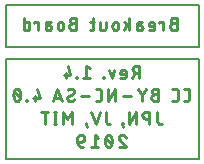
<source format=gbo>
G75*
%MOIN*%
%OFA0B0*%
%FSLAX25Y25*%
%IPPOS*%
%LPD*%
%AMOC8*
5,1,8,0,0,1.08239X$1,22.5*
%
%ADD10C,0.01000*%
%ADD11C,0.00787*%
D10*
X1679820Y0193983D02*
X1679866Y0194082D01*
X1679910Y0194183D01*
X1679950Y0194286D01*
X1679986Y0194390D01*
X1680020Y0194494D01*
X1680050Y0194600D01*
X1680076Y0194707D01*
X1680099Y0194814D01*
X1680119Y0194923D01*
X1680135Y0195031D01*
X1680147Y0195141D01*
X1680156Y0195250D01*
X1680161Y0195360D01*
X1680163Y0195470D01*
X1677875Y0195470D02*
X1677877Y0195580D01*
X1677882Y0195690D01*
X1677891Y0195799D01*
X1677903Y0195909D01*
X1677919Y0196017D01*
X1677939Y0196126D01*
X1677962Y0196233D01*
X1677988Y0196340D01*
X1678018Y0196446D01*
X1678052Y0196551D01*
X1678088Y0196654D01*
X1678128Y0196757D01*
X1678172Y0196858D01*
X1678218Y0196957D01*
X1678104Y0196614D02*
X1679934Y0194326D01*
X1679019Y0193411D02*
X1678964Y0193413D01*
X1678909Y0193418D01*
X1678854Y0193427D01*
X1678800Y0193440D01*
X1678747Y0193456D01*
X1678696Y0193475D01*
X1678645Y0193498D01*
X1678596Y0193524D01*
X1678549Y0193553D01*
X1678504Y0193585D01*
X1678462Y0193620D01*
X1678421Y0193658D01*
X1678383Y0193698D01*
X1678348Y0193741D01*
X1678316Y0193786D01*
X1678287Y0193833D01*
X1678260Y0193881D01*
X1678237Y0193932D01*
X1678218Y0193983D01*
X1679019Y0193412D02*
X1679074Y0193414D01*
X1679129Y0193419D01*
X1679184Y0193428D01*
X1679237Y0193441D01*
X1679290Y0193457D01*
X1679342Y0193476D01*
X1679392Y0193499D01*
X1679441Y0193525D01*
X1679488Y0193554D01*
X1679533Y0193586D01*
X1679576Y0193621D01*
X1679616Y0193659D01*
X1679654Y0193699D01*
X1679689Y0193741D01*
X1679721Y0193786D01*
X1679751Y0193833D01*
X1679777Y0193882D01*
X1679800Y0193932D01*
X1679819Y0193984D01*
X1678218Y0193983D02*
X1678172Y0194082D01*
X1678128Y0194183D01*
X1678088Y0194286D01*
X1678052Y0194390D01*
X1678018Y0194494D01*
X1677988Y0194600D01*
X1677962Y0194707D01*
X1677939Y0194814D01*
X1677919Y0194923D01*
X1677903Y0195031D01*
X1677891Y0195141D01*
X1677882Y0195250D01*
X1677877Y0195360D01*
X1677875Y0195470D01*
X1680163Y0195470D02*
X1680161Y0195580D01*
X1680156Y0195690D01*
X1680147Y0195799D01*
X1680135Y0195909D01*
X1680119Y0196017D01*
X1680099Y0196126D01*
X1680076Y0196233D01*
X1680050Y0196340D01*
X1680020Y0196446D01*
X1679986Y0196551D01*
X1679950Y0196654D01*
X1679910Y0196757D01*
X1679866Y0196858D01*
X1679820Y0196957D01*
X1679819Y0196957D02*
X1679800Y0197009D01*
X1679777Y0197059D01*
X1679751Y0197108D01*
X1679721Y0197155D01*
X1679689Y0197200D01*
X1679654Y0197242D01*
X1679616Y0197282D01*
X1679576Y0197320D01*
X1679533Y0197355D01*
X1679488Y0197387D01*
X1679441Y0197416D01*
X1679392Y0197442D01*
X1679342Y0197465D01*
X1679290Y0197484D01*
X1679237Y0197500D01*
X1679184Y0197513D01*
X1679129Y0197522D01*
X1679074Y0197527D01*
X1679019Y0197529D01*
X1679019Y0197530D02*
X1678964Y0197528D01*
X1678909Y0197523D01*
X1678854Y0197514D01*
X1678800Y0197501D01*
X1678747Y0197485D01*
X1678696Y0197466D01*
X1678645Y0197443D01*
X1678596Y0197417D01*
X1678549Y0197388D01*
X1678504Y0197356D01*
X1678462Y0197321D01*
X1678421Y0197283D01*
X1678383Y0197243D01*
X1678348Y0197200D01*
X1678316Y0197155D01*
X1678287Y0197108D01*
X1678260Y0197060D01*
X1678237Y0197009D01*
X1678218Y0196958D01*
X1682129Y0193640D02*
X1682129Y0193411D01*
X1682358Y0193411D01*
X1682358Y0193640D01*
X1682129Y0193640D01*
X1684324Y0194326D02*
X1686612Y0194326D01*
X1685697Y0197529D01*
X1685010Y0195241D02*
X1685010Y0193411D01*
X1687189Y0189852D02*
X1689477Y0189852D01*
X1688333Y0189852D02*
X1688333Y0185734D01*
X1691254Y0185734D02*
X1692169Y0185734D01*
X1691711Y0185734D02*
X1691711Y0189852D01*
X1691254Y0189852D02*
X1692169Y0189852D01*
X1694484Y0189852D02*
X1694484Y0185734D01*
X1695857Y0187564D02*
X1694484Y0189852D01*
X1695857Y0187564D02*
X1697229Y0189852D01*
X1697229Y0185734D01*
X1701914Y0185734D02*
X1702257Y0184819D01*
X1702143Y0185734D02*
X1702143Y0185963D01*
X1701914Y0185963D01*
X1701914Y0185734D01*
X1702143Y0185734D01*
X1705223Y0185734D02*
X1703850Y0189852D01*
X1706596Y0189852D02*
X1705223Y0185734D01*
X1704903Y0182175D02*
X1704903Y0178057D01*
X1706047Y0178057D02*
X1703759Y0178057D01*
X1700983Y0178057D02*
X1700898Y0178059D01*
X1700814Y0178065D01*
X1700730Y0178075D01*
X1700647Y0178088D01*
X1700564Y0178106D01*
X1700482Y0178127D01*
X1700401Y0178152D01*
X1700322Y0178181D01*
X1700244Y0178213D01*
X1700167Y0178249D01*
X1700093Y0178288D01*
X1700020Y0178331D01*
X1699949Y0178377D01*
X1699880Y0178427D01*
X1699814Y0178479D01*
X1699750Y0178535D01*
X1699689Y0178593D01*
X1699631Y0178654D01*
X1699575Y0178718D01*
X1699523Y0178784D01*
X1699473Y0178853D01*
X1699427Y0178924D01*
X1699384Y0178997D01*
X1699345Y0179071D01*
X1699309Y0179148D01*
X1699277Y0179226D01*
X1699248Y0179305D01*
X1699223Y0179386D01*
X1699202Y0179468D01*
X1699184Y0179551D01*
X1699171Y0179634D01*
X1699161Y0179718D01*
X1699155Y0179802D01*
X1699153Y0179887D01*
X1699153Y0181031D01*
X1699152Y0181031D02*
X1699154Y0181098D01*
X1699160Y0181164D01*
X1699169Y0181230D01*
X1699183Y0181295D01*
X1699200Y0181359D01*
X1699221Y0181422D01*
X1699246Y0181484D01*
X1699274Y0181544D01*
X1699305Y0181603D01*
X1699340Y0181660D01*
X1699378Y0181714D01*
X1699420Y0181766D01*
X1699464Y0181816D01*
X1699511Y0181863D01*
X1699561Y0181907D01*
X1699613Y0181949D01*
X1699667Y0181987D01*
X1699724Y0182022D01*
X1699783Y0182053D01*
X1699843Y0182081D01*
X1699905Y0182106D01*
X1699968Y0182127D01*
X1700032Y0182144D01*
X1700097Y0182158D01*
X1700163Y0182167D01*
X1700229Y0182173D01*
X1700296Y0182175D01*
X1700363Y0182173D01*
X1700429Y0182167D01*
X1700495Y0182158D01*
X1700560Y0182144D01*
X1700624Y0182127D01*
X1700687Y0182106D01*
X1700749Y0182081D01*
X1700809Y0182053D01*
X1700868Y0182022D01*
X1700925Y0181987D01*
X1700979Y0181949D01*
X1701031Y0181907D01*
X1701081Y0181863D01*
X1701128Y0181816D01*
X1701172Y0181766D01*
X1701214Y0181714D01*
X1701252Y0181660D01*
X1701287Y0181603D01*
X1701318Y0181544D01*
X1701346Y0181484D01*
X1701371Y0181422D01*
X1701392Y0181359D01*
X1701409Y0181295D01*
X1701423Y0181230D01*
X1701432Y0181164D01*
X1701438Y0181098D01*
X1701440Y0181031D01*
X1701440Y0180802D01*
X1701438Y0180745D01*
X1701433Y0180687D01*
X1701424Y0180631D01*
X1701411Y0180574D01*
X1701395Y0180519D01*
X1701376Y0180465D01*
X1701353Y0180412D01*
X1701327Y0180361D01*
X1701298Y0180312D01*
X1701265Y0180264D01*
X1701230Y0180219D01*
X1701192Y0180176D01*
X1701151Y0180135D01*
X1701108Y0180097D01*
X1701063Y0180062D01*
X1701015Y0180029D01*
X1700966Y0180000D01*
X1700915Y0179974D01*
X1700862Y0179951D01*
X1700808Y0179932D01*
X1700753Y0179916D01*
X1700696Y0179903D01*
X1700640Y0179894D01*
X1700582Y0179889D01*
X1700525Y0179887D01*
X1699153Y0179887D01*
X1704903Y0182175D02*
X1706047Y0181260D01*
X1710653Y0180116D02*
X1710651Y0180006D01*
X1710646Y0179896D01*
X1710637Y0179787D01*
X1710625Y0179677D01*
X1710609Y0179569D01*
X1710589Y0179460D01*
X1710566Y0179353D01*
X1710540Y0179246D01*
X1710510Y0179140D01*
X1710476Y0179036D01*
X1710440Y0178932D01*
X1710400Y0178829D01*
X1710356Y0178728D01*
X1710310Y0178629D01*
X1710424Y0178972D02*
X1708594Y0181260D01*
X1708708Y0181603D02*
X1708727Y0181654D01*
X1708750Y0181705D01*
X1708777Y0181753D01*
X1708806Y0181800D01*
X1708838Y0181845D01*
X1708873Y0181888D01*
X1708911Y0181928D01*
X1708952Y0181966D01*
X1708994Y0182001D01*
X1709039Y0182033D01*
X1709086Y0182062D01*
X1709135Y0182088D01*
X1709186Y0182111D01*
X1709237Y0182130D01*
X1709290Y0182146D01*
X1709344Y0182159D01*
X1709399Y0182168D01*
X1709454Y0182173D01*
X1709509Y0182175D01*
X1709509Y0182174D02*
X1709564Y0182172D01*
X1709619Y0182167D01*
X1709674Y0182158D01*
X1709727Y0182145D01*
X1709780Y0182129D01*
X1709832Y0182110D01*
X1709882Y0182087D01*
X1709931Y0182061D01*
X1709978Y0182032D01*
X1710023Y0182000D01*
X1710066Y0181965D01*
X1710106Y0181927D01*
X1710144Y0181887D01*
X1710179Y0181845D01*
X1710211Y0181800D01*
X1710241Y0181753D01*
X1710267Y0181704D01*
X1710290Y0181654D01*
X1710309Y0181602D01*
X1708708Y0181603D02*
X1708662Y0181504D01*
X1708618Y0181403D01*
X1708578Y0181300D01*
X1708542Y0181197D01*
X1708508Y0181092D01*
X1708478Y0180986D01*
X1708452Y0180879D01*
X1708429Y0180772D01*
X1708409Y0180663D01*
X1708393Y0180555D01*
X1708381Y0180445D01*
X1708372Y0180336D01*
X1708367Y0180226D01*
X1708365Y0180116D01*
X1710653Y0180116D02*
X1710651Y0180226D01*
X1710646Y0180336D01*
X1710637Y0180445D01*
X1710625Y0180555D01*
X1710609Y0180663D01*
X1710589Y0180772D01*
X1710566Y0180879D01*
X1710540Y0180986D01*
X1710510Y0181092D01*
X1710476Y0181197D01*
X1710440Y0181300D01*
X1710400Y0181403D01*
X1710356Y0181504D01*
X1710310Y0181603D01*
X1708365Y0180116D02*
X1708367Y0180006D01*
X1708372Y0179896D01*
X1708381Y0179787D01*
X1708393Y0179677D01*
X1708409Y0179569D01*
X1708429Y0179460D01*
X1708452Y0179353D01*
X1708478Y0179246D01*
X1708508Y0179140D01*
X1708542Y0179036D01*
X1708578Y0178932D01*
X1708618Y0178829D01*
X1708662Y0178728D01*
X1708708Y0178629D01*
X1708708Y0178628D02*
X1708727Y0178577D01*
X1708750Y0178526D01*
X1708777Y0178478D01*
X1708806Y0178431D01*
X1708838Y0178386D01*
X1708873Y0178343D01*
X1708911Y0178303D01*
X1708952Y0178265D01*
X1708994Y0178230D01*
X1709039Y0178198D01*
X1709086Y0178169D01*
X1709135Y0178143D01*
X1709186Y0178120D01*
X1709237Y0178101D01*
X1709290Y0178085D01*
X1709344Y0178072D01*
X1709399Y0178063D01*
X1709454Y0178058D01*
X1709509Y0178056D01*
X1709509Y0178057D02*
X1709564Y0178059D01*
X1709619Y0178064D01*
X1709674Y0178073D01*
X1709727Y0178086D01*
X1709780Y0178102D01*
X1709832Y0178121D01*
X1709882Y0178144D01*
X1709931Y0178170D01*
X1709978Y0178199D01*
X1710023Y0178231D01*
X1710066Y0178266D01*
X1710106Y0178304D01*
X1710144Y0178344D01*
X1710179Y0178386D01*
X1710211Y0178431D01*
X1710241Y0178478D01*
X1710267Y0178527D01*
X1710290Y0178577D01*
X1710309Y0178629D01*
X1712971Y0178057D02*
X1715259Y0178057D01*
X1713315Y0180345D01*
X1714001Y0182175D02*
X1714070Y0182173D01*
X1714139Y0182168D01*
X1714208Y0182159D01*
X1714276Y0182146D01*
X1714344Y0182130D01*
X1714410Y0182110D01*
X1714475Y0182087D01*
X1714540Y0182060D01*
X1714602Y0182031D01*
X1714663Y0181997D01*
X1714722Y0181961D01*
X1714779Y0181922D01*
X1714834Y0181880D01*
X1714887Y0181835D01*
X1714937Y0181787D01*
X1714985Y0181737D01*
X1715030Y0181684D01*
X1715072Y0181629D01*
X1715111Y0181572D01*
X1715147Y0181513D01*
X1715180Y0181452D01*
X1715210Y0181389D01*
X1715237Y0181325D01*
X1715260Y0181260D01*
X1713314Y0180344D02*
X1713269Y0180390D01*
X1713227Y0180438D01*
X1713187Y0180488D01*
X1713151Y0180540D01*
X1713118Y0180595D01*
X1713087Y0180651D01*
X1713060Y0180709D01*
X1713037Y0180769D01*
X1713017Y0180830D01*
X1713000Y0180891D01*
X1712988Y0180954D01*
X1712978Y0181017D01*
X1712973Y0181081D01*
X1712971Y0181145D01*
X1712973Y0181207D01*
X1712979Y0181269D01*
X1712988Y0181331D01*
X1713001Y0181391D01*
X1713018Y0181451D01*
X1713038Y0181510D01*
X1713062Y0181568D01*
X1713089Y0181624D01*
X1713120Y0181678D01*
X1713153Y0181730D01*
X1713190Y0181780D01*
X1713230Y0181828D01*
X1713273Y0181873D01*
X1713318Y0181916D01*
X1713366Y0181956D01*
X1713416Y0181993D01*
X1713468Y0182026D01*
X1713522Y0182057D01*
X1713578Y0182084D01*
X1713636Y0182108D01*
X1713695Y0182128D01*
X1713755Y0182145D01*
X1713815Y0182158D01*
X1713877Y0182167D01*
X1713939Y0182173D01*
X1714001Y0182175D01*
X1714387Y0184819D02*
X1714044Y0185734D01*
X1714044Y0185963D01*
X1714273Y0185963D01*
X1714273Y0185734D01*
X1714044Y0185734D01*
X1716362Y0185734D02*
X1716362Y0189852D01*
X1718650Y0189852D02*
X1716362Y0185734D01*
X1718650Y0185734D02*
X1718650Y0189852D01*
X1721995Y0189852D02*
X1723139Y0189852D01*
X1723139Y0185734D01*
X1723139Y0187564D02*
X1721995Y0187564D01*
X1721928Y0187566D01*
X1721862Y0187572D01*
X1721796Y0187581D01*
X1721731Y0187595D01*
X1721667Y0187612D01*
X1721604Y0187633D01*
X1721542Y0187658D01*
X1721482Y0187686D01*
X1721423Y0187717D01*
X1721366Y0187752D01*
X1721312Y0187790D01*
X1721260Y0187832D01*
X1721210Y0187876D01*
X1721163Y0187923D01*
X1721119Y0187973D01*
X1721077Y0188025D01*
X1721039Y0188079D01*
X1721004Y0188136D01*
X1720973Y0188195D01*
X1720945Y0188255D01*
X1720920Y0188317D01*
X1720899Y0188380D01*
X1720882Y0188444D01*
X1720868Y0188509D01*
X1720859Y0188575D01*
X1720853Y0188641D01*
X1720851Y0188708D01*
X1720853Y0188775D01*
X1720859Y0188841D01*
X1720868Y0188907D01*
X1720882Y0188972D01*
X1720899Y0189036D01*
X1720920Y0189099D01*
X1720945Y0189161D01*
X1720973Y0189221D01*
X1721004Y0189280D01*
X1721039Y0189337D01*
X1721077Y0189391D01*
X1721119Y0189443D01*
X1721163Y0189493D01*
X1721210Y0189540D01*
X1721260Y0189584D01*
X1721312Y0189626D01*
X1721366Y0189664D01*
X1721423Y0189699D01*
X1721482Y0189730D01*
X1721542Y0189758D01*
X1721604Y0189783D01*
X1721667Y0189804D01*
X1721731Y0189821D01*
X1721796Y0189835D01*
X1721862Y0189844D01*
X1721928Y0189850D01*
X1721995Y0189852D01*
X1720629Y0193411D02*
X1720629Y0195584D01*
X1719257Y0197529D01*
X1720629Y0195584D02*
X1722002Y0197529D01*
X1724965Y0197529D02*
X1726109Y0197529D01*
X1726109Y0193411D01*
X1724965Y0193411D01*
X1724898Y0193413D01*
X1724832Y0193419D01*
X1724766Y0193428D01*
X1724701Y0193442D01*
X1724637Y0193459D01*
X1724574Y0193480D01*
X1724512Y0193505D01*
X1724452Y0193533D01*
X1724393Y0193564D01*
X1724336Y0193599D01*
X1724282Y0193637D01*
X1724230Y0193679D01*
X1724180Y0193723D01*
X1724133Y0193770D01*
X1724089Y0193820D01*
X1724047Y0193872D01*
X1724009Y0193926D01*
X1723974Y0193983D01*
X1723943Y0194042D01*
X1723915Y0194102D01*
X1723890Y0194164D01*
X1723869Y0194227D01*
X1723852Y0194291D01*
X1723838Y0194356D01*
X1723829Y0194422D01*
X1723823Y0194488D01*
X1723821Y0194555D01*
X1723823Y0194622D01*
X1723829Y0194688D01*
X1723838Y0194754D01*
X1723852Y0194819D01*
X1723869Y0194883D01*
X1723890Y0194946D01*
X1723915Y0195008D01*
X1723943Y0195068D01*
X1723974Y0195127D01*
X1724009Y0195184D01*
X1724047Y0195238D01*
X1724089Y0195290D01*
X1724133Y0195340D01*
X1724180Y0195387D01*
X1724230Y0195431D01*
X1724282Y0195473D01*
X1724336Y0195511D01*
X1724393Y0195546D01*
X1724452Y0195577D01*
X1724512Y0195605D01*
X1724574Y0195630D01*
X1724637Y0195651D01*
X1724701Y0195668D01*
X1724766Y0195682D01*
X1724832Y0195691D01*
X1724898Y0195697D01*
X1724965Y0195699D01*
X1726109Y0195699D01*
X1724965Y0195699D02*
X1724906Y0195701D01*
X1724848Y0195707D01*
X1724790Y0195716D01*
X1724733Y0195729D01*
X1724677Y0195746D01*
X1724622Y0195766D01*
X1724568Y0195790D01*
X1724516Y0195817D01*
X1724466Y0195847D01*
X1724418Y0195881D01*
X1724372Y0195917D01*
X1724328Y0195957D01*
X1724288Y0195999D01*
X1724250Y0196044D01*
X1724215Y0196091D01*
X1724183Y0196140D01*
X1724154Y0196191D01*
X1724128Y0196244D01*
X1724106Y0196298D01*
X1724088Y0196354D01*
X1724073Y0196410D01*
X1724062Y0196468D01*
X1724054Y0196526D01*
X1724050Y0196585D01*
X1724050Y0196643D01*
X1724054Y0196702D01*
X1724062Y0196760D01*
X1724073Y0196818D01*
X1724088Y0196874D01*
X1724106Y0196930D01*
X1724128Y0196984D01*
X1724154Y0197037D01*
X1724183Y0197088D01*
X1724215Y0197137D01*
X1724250Y0197184D01*
X1724288Y0197229D01*
X1724328Y0197271D01*
X1724372Y0197311D01*
X1724418Y0197347D01*
X1724466Y0197381D01*
X1724516Y0197411D01*
X1724568Y0197438D01*
X1724622Y0197462D01*
X1724677Y0197482D01*
X1724733Y0197499D01*
X1724790Y0197512D01*
X1724848Y0197521D01*
X1724906Y0197527D01*
X1724965Y0197529D01*
X1730868Y0197529D02*
X1731783Y0197529D01*
X1731840Y0197527D01*
X1731898Y0197522D01*
X1731954Y0197513D01*
X1732011Y0197500D01*
X1732066Y0197484D01*
X1732120Y0197465D01*
X1732173Y0197442D01*
X1732224Y0197416D01*
X1732273Y0197387D01*
X1732321Y0197354D01*
X1732366Y0197319D01*
X1732409Y0197281D01*
X1732450Y0197240D01*
X1732488Y0197197D01*
X1732523Y0197152D01*
X1732556Y0197104D01*
X1732585Y0197055D01*
X1732611Y0197004D01*
X1732634Y0196951D01*
X1732653Y0196897D01*
X1732669Y0196842D01*
X1732682Y0196785D01*
X1732691Y0196729D01*
X1732696Y0196671D01*
X1732698Y0196614D01*
X1732698Y0194326D01*
X1732696Y0194269D01*
X1732691Y0194211D01*
X1732682Y0194155D01*
X1732669Y0194098D01*
X1732653Y0194043D01*
X1732634Y0193989D01*
X1732611Y0193936D01*
X1732585Y0193885D01*
X1732556Y0193836D01*
X1732523Y0193788D01*
X1732488Y0193743D01*
X1732450Y0193700D01*
X1732409Y0193659D01*
X1732366Y0193621D01*
X1732321Y0193586D01*
X1732273Y0193553D01*
X1732224Y0193524D01*
X1732173Y0193498D01*
X1732120Y0193475D01*
X1732066Y0193456D01*
X1732011Y0193440D01*
X1731954Y0193427D01*
X1731898Y0193418D01*
X1731840Y0193413D01*
X1731783Y0193411D01*
X1730868Y0193411D01*
X1734706Y0193411D02*
X1735621Y0193411D01*
X1735678Y0193413D01*
X1735736Y0193418D01*
X1735792Y0193427D01*
X1735849Y0193440D01*
X1735904Y0193456D01*
X1735958Y0193475D01*
X1736011Y0193498D01*
X1736062Y0193524D01*
X1736111Y0193553D01*
X1736159Y0193586D01*
X1736204Y0193621D01*
X1736247Y0193659D01*
X1736288Y0193700D01*
X1736326Y0193743D01*
X1736361Y0193788D01*
X1736394Y0193836D01*
X1736423Y0193885D01*
X1736449Y0193936D01*
X1736472Y0193989D01*
X1736491Y0194043D01*
X1736507Y0194098D01*
X1736520Y0194155D01*
X1736529Y0194211D01*
X1736534Y0194269D01*
X1736536Y0194326D01*
X1736536Y0196614D01*
X1736534Y0196671D01*
X1736529Y0196729D01*
X1736520Y0196785D01*
X1736507Y0196842D01*
X1736491Y0196897D01*
X1736472Y0196951D01*
X1736449Y0197004D01*
X1736423Y0197055D01*
X1736394Y0197104D01*
X1736361Y0197152D01*
X1736326Y0197197D01*
X1736288Y0197240D01*
X1736247Y0197281D01*
X1736204Y0197319D01*
X1736159Y0197354D01*
X1736111Y0197387D01*
X1736062Y0197416D01*
X1736011Y0197442D01*
X1735958Y0197465D01*
X1735904Y0197484D01*
X1735849Y0197500D01*
X1735792Y0197513D01*
X1735736Y0197522D01*
X1735678Y0197527D01*
X1735621Y0197529D01*
X1734706Y0197529D01*
X1719840Y0201088D02*
X1719840Y0205206D01*
X1718696Y0205206D01*
X1718629Y0205204D01*
X1718563Y0205198D01*
X1718497Y0205189D01*
X1718432Y0205175D01*
X1718368Y0205158D01*
X1718305Y0205137D01*
X1718243Y0205112D01*
X1718183Y0205084D01*
X1718124Y0205053D01*
X1718067Y0205018D01*
X1718013Y0204980D01*
X1717961Y0204938D01*
X1717911Y0204894D01*
X1717864Y0204847D01*
X1717820Y0204797D01*
X1717778Y0204745D01*
X1717740Y0204691D01*
X1717705Y0204634D01*
X1717674Y0204575D01*
X1717646Y0204515D01*
X1717621Y0204453D01*
X1717600Y0204390D01*
X1717583Y0204326D01*
X1717569Y0204261D01*
X1717560Y0204195D01*
X1717554Y0204129D01*
X1717552Y0204062D01*
X1717554Y0203995D01*
X1717560Y0203929D01*
X1717569Y0203863D01*
X1717583Y0203798D01*
X1717600Y0203734D01*
X1717621Y0203671D01*
X1717646Y0203609D01*
X1717674Y0203549D01*
X1717705Y0203490D01*
X1717740Y0203433D01*
X1717778Y0203379D01*
X1717820Y0203327D01*
X1717864Y0203277D01*
X1717911Y0203230D01*
X1717961Y0203186D01*
X1718013Y0203144D01*
X1718067Y0203106D01*
X1718124Y0203071D01*
X1718183Y0203040D01*
X1718243Y0203012D01*
X1718305Y0202987D01*
X1718368Y0202966D01*
X1718432Y0202949D01*
X1718497Y0202935D01*
X1718563Y0202926D01*
X1718629Y0202920D01*
X1718696Y0202918D01*
X1719840Y0202918D01*
X1718467Y0202918D02*
X1717552Y0201088D01*
X1715363Y0201775D02*
X1715363Y0202918D01*
X1715363Y0202461D02*
X1713533Y0202461D01*
X1713533Y0202918D01*
X1713535Y0202977D01*
X1713541Y0203035D01*
X1713550Y0203093D01*
X1713563Y0203150D01*
X1713580Y0203206D01*
X1713600Y0203261D01*
X1713624Y0203315D01*
X1713651Y0203367D01*
X1713681Y0203417D01*
X1713715Y0203465D01*
X1713751Y0203511D01*
X1713791Y0203555D01*
X1713833Y0203595D01*
X1713878Y0203633D01*
X1713925Y0203668D01*
X1713974Y0203700D01*
X1714025Y0203729D01*
X1714078Y0203755D01*
X1714132Y0203777D01*
X1714188Y0203795D01*
X1714244Y0203810D01*
X1714302Y0203821D01*
X1714360Y0203829D01*
X1714419Y0203833D01*
X1714477Y0203833D01*
X1714536Y0203829D01*
X1714594Y0203821D01*
X1714652Y0203810D01*
X1714708Y0203795D01*
X1714764Y0203777D01*
X1714818Y0203755D01*
X1714871Y0203729D01*
X1714922Y0203700D01*
X1714971Y0203668D01*
X1715018Y0203633D01*
X1715063Y0203595D01*
X1715105Y0203555D01*
X1715145Y0203511D01*
X1715181Y0203465D01*
X1715215Y0203417D01*
X1715245Y0203367D01*
X1715272Y0203315D01*
X1715296Y0203261D01*
X1715316Y0203206D01*
X1715333Y0203150D01*
X1715346Y0203093D01*
X1715355Y0203035D01*
X1715361Y0202977D01*
X1715363Y0202918D01*
X1715363Y0201775D02*
X1715361Y0201724D01*
X1715355Y0201673D01*
X1715346Y0201622D01*
X1715333Y0201573D01*
X1715316Y0201524D01*
X1715295Y0201477D01*
X1715271Y0201432D01*
X1715244Y0201389D01*
X1715213Y0201347D01*
X1715180Y0201308D01*
X1715144Y0201272D01*
X1715105Y0201239D01*
X1715063Y0201208D01*
X1715020Y0201181D01*
X1714975Y0201157D01*
X1714928Y0201136D01*
X1714879Y0201119D01*
X1714830Y0201106D01*
X1714779Y0201097D01*
X1714728Y0201091D01*
X1714677Y0201089D01*
X1714677Y0201088D02*
X1713533Y0201088D01*
X1710609Y0201088D02*
X1709694Y0203834D01*
X1711524Y0203834D02*
X1710609Y0201088D01*
X1707960Y0201088D02*
X1707731Y0201088D01*
X1707731Y0201317D01*
X1707960Y0201317D01*
X1707960Y0201088D01*
X1709505Y0197529D02*
X1709505Y0193411D01*
X1711793Y0197529D01*
X1711793Y0193411D01*
X1714343Y0195013D02*
X1717089Y0195013D01*
X1708807Y0189852D02*
X1708807Y0186649D01*
X1708809Y0186592D01*
X1708814Y0186534D01*
X1708823Y0186478D01*
X1708836Y0186421D01*
X1708852Y0186366D01*
X1708871Y0186312D01*
X1708894Y0186259D01*
X1708920Y0186208D01*
X1708949Y0186159D01*
X1708982Y0186111D01*
X1709017Y0186066D01*
X1709055Y0186023D01*
X1709096Y0185982D01*
X1709139Y0185944D01*
X1709184Y0185909D01*
X1709232Y0185876D01*
X1709281Y0185847D01*
X1709332Y0185821D01*
X1709385Y0185798D01*
X1709439Y0185779D01*
X1709494Y0185763D01*
X1709551Y0185750D01*
X1709607Y0185741D01*
X1709665Y0185736D01*
X1709722Y0185734D01*
X1710179Y0185734D01*
X1706141Y0193411D02*
X1705226Y0193411D01*
X1706141Y0193411D02*
X1706198Y0193413D01*
X1706256Y0193418D01*
X1706312Y0193427D01*
X1706369Y0193440D01*
X1706424Y0193456D01*
X1706478Y0193475D01*
X1706531Y0193498D01*
X1706582Y0193524D01*
X1706631Y0193553D01*
X1706679Y0193586D01*
X1706724Y0193621D01*
X1706767Y0193659D01*
X1706808Y0193700D01*
X1706846Y0193743D01*
X1706881Y0193788D01*
X1706914Y0193836D01*
X1706943Y0193885D01*
X1706969Y0193936D01*
X1706992Y0193989D01*
X1707011Y0194043D01*
X1707027Y0194098D01*
X1707040Y0194155D01*
X1707049Y0194211D01*
X1707054Y0194269D01*
X1707056Y0194326D01*
X1707056Y0196614D01*
X1707054Y0196671D01*
X1707049Y0196729D01*
X1707040Y0196785D01*
X1707027Y0196842D01*
X1707011Y0196897D01*
X1706992Y0196951D01*
X1706969Y0197004D01*
X1706943Y0197055D01*
X1706914Y0197104D01*
X1706881Y0197152D01*
X1706846Y0197197D01*
X1706808Y0197240D01*
X1706767Y0197281D01*
X1706724Y0197319D01*
X1706679Y0197354D01*
X1706631Y0197387D01*
X1706582Y0197416D01*
X1706531Y0197442D01*
X1706478Y0197465D01*
X1706424Y0197484D01*
X1706369Y0197500D01*
X1706312Y0197513D01*
X1706256Y0197522D01*
X1706198Y0197527D01*
X1706141Y0197529D01*
X1705226Y0197529D01*
X1703116Y0195013D02*
X1700371Y0195013D01*
X1697556Y0195813D02*
X1696297Y0195127D01*
X1696755Y0193411D02*
X1696840Y0193413D01*
X1696924Y0193418D01*
X1697009Y0193428D01*
X1697092Y0193441D01*
X1697176Y0193457D01*
X1697258Y0193478D01*
X1697339Y0193501D01*
X1697419Y0193529D01*
X1697498Y0193560D01*
X1697576Y0193594D01*
X1697652Y0193632D01*
X1697726Y0193673D01*
X1697799Y0193717D01*
X1697869Y0193764D01*
X1697937Y0193815D01*
X1698003Y0193868D01*
X1698067Y0193924D01*
X1698128Y0193983D01*
X1696297Y0195126D02*
X1696246Y0195094D01*
X1696198Y0195059D01*
X1696151Y0195020D01*
X1696108Y0194979D01*
X1696067Y0194934D01*
X1696029Y0194887D01*
X1695994Y0194838D01*
X1695962Y0194787D01*
X1695934Y0194734D01*
X1695910Y0194679D01*
X1695888Y0194622D01*
X1695871Y0194564D01*
X1695858Y0194506D01*
X1695848Y0194446D01*
X1695842Y0194386D01*
X1695840Y0194326D01*
X1695842Y0194269D01*
X1695847Y0194211D01*
X1695856Y0194155D01*
X1695869Y0194098D01*
X1695885Y0194043D01*
X1695904Y0193989D01*
X1695927Y0193936D01*
X1695953Y0193885D01*
X1695982Y0193836D01*
X1696015Y0193788D01*
X1696050Y0193743D01*
X1696088Y0193700D01*
X1696129Y0193659D01*
X1696172Y0193621D01*
X1696217Y0193586D01*
X1696265Y0193553D01*
X1696314Y0193524D01*
X1696365Y0193498D01*
X1696418Y0193475D01*
X1696472Y0193456D01*
X1696527Y0193440D01*
X1696584Y0193427D01*
X1696640Y0193418D01*
X1696698Y0193413D01*
X1696755Y0193411D01*
X1696068Y0197186D02*
X1696133Y0197232D01*
X1696199Y0197275D01*
X1696267Y0197314D01*
X1696337Y0197351D01*
X1696408Y0197384D01*
X1696481Y0197414D01*
X1696555Y0197441D01*
X1696631Y0197464D01*
X1696707Y0197484D01*
X1696784Y0197500D01*
X1696862Y0197513D01*
X1696940Y0197522D01*
X1697019Y0197527D01*
X1697098Y0197529D01*
X1697155Y0197527D01*
X1697213Y0197522D01*
X1697269Y0197513D01*
X1697326Y0197500D01*
X1697381Y0197484D01*
X1697435Y0197465D01*
X1697488Y0197442D01*
X1697539Y0197416D01*
X1697588Y0197387D01*
X1697636Y0197354D01*
X1697681Y0197319D01*
X1697724Y0197281D01*
X1697765Y0197240D01*
X1697803Y0197197D01*
X1697838Y0197152D01*
X1697871Y0197104D01*
X1697900Y0197055D01*
X1697926Y0197004D01*
X1697949Y0196951D01*
X1697968Y0196897D01*
X1697984Y0196842D01*
X1697997Y0196785D01*
X1698006Y0196729D01*
X1698011Y0196671D01*
X1698013Y0196614D01*
X1698011Y0196554D01*
X1698005Y0196494D01*
X1697995Y0196434D01*
X1697982Y0196376D01*
X1697965Y0196318D01*
X1697943Y0196261D01*
X1697919Y0196206D01*
X1697891Y0196153D01*
X1697859Y0196102D01*
X1697824Y0196053D01*
X1697786Y0196006D01*
X1697745Y0195961D01*
X1697702Y0195920D01*
X1697655Y0195881D01*
X1697607Y0195846D01*
X1697556Y0195814D01*
X1693561Y0194441D02*
X1691501Y0194441D01*
X1691158Y0193411D02*
X1692531Y0197529D01*
X1693904Y0193411D01*
X1695258Y0201088D02*
X1695258Y0202918D01*
X1694572Y0202003D02*
X1696860Y0202003D01*
X1695944Y0205206D01*
X1698826Y0201317D02*
X1698826Y0201088D01*
X1699054Y0201088D01*
X1699054Y0201317D01*
X1698826Y0201317D01*
X1701021Y0201088D02*
X1703308Y0201088D01*
X1702164Y0201088D02*
X1702164Y0205206D01*
X1703308Y0204291D01*
X1703504Y0217049D02*
X1703732Y0217049D01*
X1703783Y0217051D01*
X1703834Y0217057D01*
X1703885Y0217066D01*
X1703934Y0217079D01*
X1703983Y0217096D01*
X1704030Y0217117D01*
X1704075Y0217141D01*
X1704118Y0217168D01*
X1704160Y0217199D01*
X1704199Y0217232D01*
X1704235Y0217268D01*
X1704268Y0217307D01*
X1704299Y0217349D01*
X1704326Y0217392D01*
X1704350Y0217437D01*
X1704371Y0217484D01*
X1704388Y0217533D01*
X1704401Y0217582D01*
X1704410Y0217633D01*
X1704416Y0217684D01*
X1704418Y0217735D01*
X1704419Y0217735D02*
X1704419Y0221167D01*
X1704876Y0219794D02*
X1703504Y0219794D01*
X1706742Y0219794D02*
X1706742Y0217049D01*
X1707886Y0217049D01*
X1707937Y0217051D01*
X1707988Y0217057D01*
X1708039Y0217066D01*
X1708088Y0217079D01*
X1708137Y0217096D01*
X1708184Y0217117D01*
X1708229Y0217141D01*
X1708272Y0217168D01*
X1708314Y0217199D01*
X1708353Y0217232D01*
X1708389Y0217268D01*
X1708422Y0217307D01*
X1708453Y0217349D01*
X1708480Y0217392D01*
X1708504Y0217437D01*
X1708525Y0217484D01*
X1708542Y0217533D01*
X1708555Y0217582D01*
X1708564Y0217633D01*
X1708570Y0217684D01*
X1708572Y0217735D01*
X1708573Y0217735D02*
X1708573Y0219794D01*
X1710888Y0218879D02*
X1710888Y0217964D01*
X1710890Y0217905D01*
X1710896Y0217847D01*
X1710905Y0217789D01*
X1710918Y0217732D01*
X1710935Y0217676D01*
X1710955Y0217621D01*
X1710979Y0217567D01*
X1711006Y0217515D01*
X1711036Y0217465D01*
X1711070Y0217417D01*
X1711106Y0217371D01*
X1711146Y0217327D01*
X1711188Y0217287D01*
X1711233Y0217249D01*
X1711280Y0217214D01*
X1711329Y0217182D01*
X1711380Y0217153D01*
X1711433Y0217127D01*
X1711487Y0217105D01*
X1711543Y0217087D01*
X1711599Y0217072D01*
X1711657Y0217061D01*
X1711715Y0217053D01*
X1711774Y0217049D01*
X1711832Y0217049D01*
X1711891Y0217053D01*
X1711949Y0217061D01*
X1712007Y0217072D01*
X1712063Y0217087D01*
X1712119Y0217105D01*
X1712173Y0217127D01*
X1712226Y0217153D01*
X1712277Y0217182D01*
X1712326Y0217214D01*
X1712373Y0217249D01*
X1712418Y0217287D01*
X1712460Y0217327D01*
X1712500Y0217371D01*
X1712536Y0217417D01*
X1712570Y0217465D01*
X1712600Y0217515D01*
X1712627Y0217567D01*
X1712651Y0217621D01*
X1712671Y0217676D01*
X1712688Y0217732D01*
X1712701Y0217789D01*
X1712710Y0217847D01*
X1712716Y0217905D01*
X1712718Y0217964D01*
X1712718Y0218879D01*
X1712716Y0218938D01*
X1712710Y0218996D01*
X1712701Y0219054D01*
X1712688Y0219111D01*
X1712671Y0219167D01*
X1712651Y0219222D01*
X1712627Y0219276D01*
X1712600Y0219328D01*
X1712570Y0219378D01*
X1712536Y0219426D01*
X1712500Y0219472D01*
X1712460Y0219516D01*
X1712418Y0219556D01*
X1712373Y0219594D01*
X1712326Y0219629D01*
X1712277Y0219661D01*
X1712226Y0219690D01*
X1712173Y0219716D01*
X1712119Y0219738D01*
X1712063Y0219756D01*
X1712007Y0219771D01*
X1711949Y0219782D01*
X1711891Y0219790D01*
X1711832Y0219794D01*
X1711774Y0219794D01*
X1711715Y0219790D01*
X1711657Y0219782D01*
X1711599Y0219771D01*
X1711543Y0219756D01*
X1711487Y0219738D01*
X1711433Y0219716D01*
X1711380Y0219690D01*
X1711329Y0219661D01*
X1711280Y0219629D01*
X1711233Y0219594D01*
X1711188Y0219556D01*
X1711146Y0219516D01*
X1711106Y0219472D01*
X1711070Y0219426D01*
X1711036Y0219378D01*
X1711006Y0219328D01*
X1710979Y0219276D01*
X1710955Y0219222D01*
X1710935Y0219167D01*
X1710918Y0219111D01*
X1710905Y0219054D01*
X1710896Y0218996D01*
X1710890Y0218938D01*
X1710888Y0218879D01*
X1714633Y0219794D02*
X1716463Y0218421D01*
X1715662Y0218993D02*
X1714633Y0217049D01*
X1716463Y0217049D02*
X1716463Y0221167D01*
X1719067Y0219108D02*
X1719067Y0217049D01*
X1720096Y0217049D01*
X1720152Y0217051D01*
X1720207Y0217057D01*
X1720263Y0217067D01*
X1720317Y0217080D01*
X1720370Y0217097D01*
X1720422Y0217118D01*
X1720472Y0217143D01*
X1720520Y0217171D01*
X1720567Y0217202D01*
X1720611Y0217236D01*
X1720652Y0217274D01*
X1720691Y0217314D01*
X1720727Y0217357D01*
X1720760Y0217402D01*
X1720790Y0217450D01*
X1720816Y0217499D01*
X1720839Y0217550D01*
X1720858Y0217602D01*
X1720873Y0217656D01*
X1720885Y0217711D01*
X1720893Y0217766D01*
X1720897Y0217822D01*
X1720897Y0217878D01*
X1720893Y0217934D01*
X1720885Y0217989D01*
X1720873Y0218044D01*
X1720858Y0218098D01*
X1720839Y0218150D01*
X1720816Y0218201D01*
X1720790Y0218251D01*
X1720760Y0218298D01*
X1720727Y0218343D01*
X1720691Y0218386D01*
X1720652Y0218426D01*
X1720611Y0218464D01*
X1720567Y0218498D01*
X1720520Y0218529D01*
X1720472Y0218557D01*
X1720422Y0218582D01*
X1720370Y0218603D01*
X1720317Y0218620D01*
X1720263Y0218633D01*
X1720207Y0218643D01*
X1720152Y0218649D01*
X1720096Y0218651D01*
X1720096Y0218650D02*
X1719067Y0218650D01*
X1719067Y0219108D02*
X1719069Y0219159D01*
X1719075Y0219210D01*
X1719084Y0219261D01*
X1719097Y0219310D01*
X1719114Y0219359D01*
X1719135Y0219406D01*
X1719159Y0219451D01*
X1719186Y0219494D01*
X1719217Y0219536D01*
X1719250Y0219575D01*
X1719286Y0219611D01*
X1719325Y0219644D01*
X1719367Y0219675D01*
X1719410Y0219702D01*
X1719455Y0219726D01*
X1719502Y0219747D01*
X1719551Y0219764D01*
X1719600Y0219777D01*
X1719651Y0219786D01*
X1719702Y0219792D01*
X1719753Y0219794D01*
X1720668Y0219794D01*
X1723018Y0218879D02*
X1723018Y0218421D01*
X1724848Y0218421D01*
X1724848Y0218879D02*
X1724848Y0217735D01*
X1724846Y0217684D01*
X1724840Y0217633D01*
X1724831Y0217582D01*
X1724818Y0217533D01*
X1724801Y0217484D01*
X1724780Y0217437D01*
X1724756Y0217392D01*
X1724729Y0217349D01*
X1724698Y0217307D01*
X1724665Y0217268D01*
X1724629Y0217232D01*
X1724590Y0217199D01*
X1724548Y0217168D01*
X1724505Y0217141D01*
X1724460Y0217117D01*
X1724413Y0217096D01*
X1724364Y0217079D01*
X1724315Y0217066D01*
X1724264Y0217057D01*
X1724213Y0217051D01*
X1724162Y0217049D01*
X1723018Y0217049D01*
X1723018Y0218879D02*
X1723020Y0218938D01*
X1723026Y0218996D01*
X1723035Y0219054D01*
X1723048Y0219111D01*
X1723065Y0219167D01*
X1723085Y0219222D01*
X1723109Y0219276D01*
X1723136Y0219328D01*
X1723166Y0219378D01*
X1723200Y0219426D01*
X1723236Y0219472D01*
X1723276Y0219516D01*
X1723318Y0219556D01*
X1723363Y0219594D01*
X1723410Y0219629D01*
X1723459Y0219661D01*
X1723510Y0219690D01*
X1723563Y0219716D01*
X1723617Y0219738D01*
X1723673Y0219756D01*
X1723729Y0219771D01*
X1723787Y0219782D01*
X1723845Y0219790D01*
X1723904Y0219794D01*
X1723962Y0219794D01*
X1724021Y0219790D01*
X1724079Y0219782D01*
X1724137Y0219771D01*
X1724193Y0219756D01*
X1724249Y0219738D01*
X1724303Y0219716D01*
X1724356Y0219690D01*
X1724407Y0219661D01*
X1724456Y0219629D01*
X1724503Y0219594D01*
X1724548Y0219556D01*
X1724590Y0219516D01*
X1724630Y0219472D01*
X1724666Y0219426D01*
X1724700Y0219378D01*
X1724730Y0219328D01*
X1724757Y0219276D01*
X1724781Y0219222D01*
X1724801Y0219167D01*
X1724818Y0219111D01*
X1724831Y0219054D01*
X1724840Y0218996D01*
X1724846Y0218938D01*
X1724848Y0218879D01*
X1726500Y0219337D02*
X1726500Y0219794D01*
X1727873Y0219794D01*
X1727873Y0217049D01*
X1731186Y0217049D02*
X1732330Y0217049D01*
X1732330Y0221167D01*
X1731186Y0221167D01*
X1731127Y0221165D01*
X1731069Y0221159D01*
X1731011Y0221150D01*
X1730954Y0221137D01*
X1730898Y0221120D01*
X1730843Y0221100D01*
X1730789Y0221076D01*
X1730737Y0221049D01*
X1730687Y0221019D01*
X1730639Y0220985D01*
X1730593Y0220949D01*
X1730549Y0220909D01*
X1730509Y0220867D01*
X1730471Y0220822D01*
X1730436Y0220775D01*
X1730404Y0220726D01*
X1730375Y0220675D01*
X1730349Y0220622D01*
X1730327Y0220568D01*
X1730309Y0220512D01*
X1730294Y0220456D01*
X1730283Y0220398D01*
X1730275Y0220340D01*
X1730271Y0220281D01*
X1730271Y0220223D01*
X1730275Y0220164D01*
X1730283Y0220106D01*
X1730294Y0220048D01*
X1730309Y0219992D01*
X1730327Y0219936D01*
X1730349Y0219882D01*
X1730375Y0219829D01*
X1730404Y0219778D01*
X1730436Y0219729D01*
X1730471Y0219682D01*
X1730509Y0219637D01*
X1730549Y0219595D01*
X1730593Y0219555D01*
X1730639Y0219519D01*
X1730687Y0219485D01*
X1730737Y0219455D01*
X1730789Y0219428D01*
X1730843Y0219404D01*
X1730898Y0219384D01*
X1730954Y0219367D01*
X1731011Y0219354D01*
X1731069Y0219345D01*
X1731127Y0219339D01*
X1731186Y0219337D01*
X1732330Y0219337D01*
X1731186Y0219337D02*
X1731119Y0219335D01*
X1731053Y0219329D01*
X1730987Y0219320D01*
X1730922Y0219306D01*
X1730858Y0219289D01*
X1730795Y0219268D01*
X1730733Y0219243D01*
X1730673Y0219215D01*
X1730614Y0219184D01*
X1730557Y0219149D01*
X1730503Y0219111D01*
X1730451Y0219069D01*
X1730401Y0219025D01*
X1730354Y0218978D01*
X1730310Y0218928D01*
X1730268Y0218876D01*
X1730230Y0218822D01*
X1730195Y0218765D01*
X1730164Y0218706D01*
X1730136Y0218646D01*
X1730111Y0218584D01*
X1730090Y0218521D01*
X1730073Y0218457D01*
X1730059Y0218392D01*
X1730050Y0218326D01*
X1730044Y0218260D01*
X1730042Y0218193D01*
X1730044Y0218126D01*
X1730050Y0218060D01*
X1730059Y0217994D01*
X1730073Y0217929D01*
X1730090Y0217865D01*
X1730111Y0217802D01*
X1730136Y0217740D01*
X1730164Y0217680D01*
X1730195Y0217621D01*
X1730230Y0217564D01*
X1730268Y0217510D01*
X1730310Y0217458D01*
X1730354Y0217408D01*
X1730401Y0217361D01*
X1730451Y0217317D01*
X1730503Y0217275D01*
X1730557Y0217237D01*
X1730614Y0217202D01*
X1730673Y0217171D01*
X1730733Y0217143D01*
X1730795Y0217118D01*
X1730858Y0217097D01*
X1730922Y0217080D01*
X1730987Y0217066D01*
X1731053Y0217057D01*
X1731119Y0217051D01*
X1731186Y0217049D01*
X1698704Y0217049D02*
X1698704Y0221167D01*
X1697560Y0221167D01*
X1697501Y0221165D01*
X1697443Y0221159D01*
X1697385Y0221150D01*
X1697328Y0221137D01*
X1697272Y0221120D01*
X1697217Y0221100D01*
X1697163Y0221076D01*
X1697111Y0221049D01*
X1697061Y0221019D01*
X1697013Y0220985D01*
X1696967Y0220949D01*
X1696923Y0220909D01*
X1696883Y0220867D01*
X1696845Y0220822D01*
X1696810Y0220775D01*
X1696778Y0220726D01*
X1696749Y0220675D01*
X1696723Y0220622D01*
X1696701Y0220568D01*
X1696683Y0220512D01*
X1696668Y0220456D01*
X1696657Y0220398D01*
X1696649Y0220340D01*
X1696645Y0220281D01*
X1696645Y0220223D01*
X1696649Y0220164D01*
X1696657Y0220106D01*
X1696668Y0220048D01*
X1696683Y0219992D01*
X1696701Y0219936D01*
X1696723Y0219882D01*
X1696749Y0219829D01*
X1696778Y0219778D01*
X1696810Y0219729D01*
X1696845Y0219682D01*
X1696883Y0219637D01*
X1696923Y0219595D01*
X1696967Y0219555D01*
X1697013Y0219519D01*
X1697061Y0219485D01*
X1697111Y0219455D01*
X1697163Y0219428D01*
X1697217Y0219404D01*
X1697272Y0219384D01*
X1697328Y0219367D01*
X1697385Y0219354D01*
X1697443Y0219345D01*
X1697501Y0219339D01*
X1697560Y0219337D01*
X1698704Y0219337D01*
X1697560Y0219337D02*
X1697493Y0219335D01*
X1697427Y0219329D01*
X1697361Y0219320D01*
X1697296Y0219306D01*
X1697232Y0219289D01*
X1697169Y0219268D01*
X1697107Y0219243D01*
X1697047Y0219215D01*
X1696988Y0219184D01*
X1696931Y0219149D01*
X1696877Y0219111D01*
X1696825Y0219069D01*
X1696775Y0219025D01*
X1696728Y0218978D01*
X1696684Y0218928D01*
X1696642Y0218876D01*
X1696604Y0218822D01*
X1696569Y0218765D01*
X1696538Y0218706D01*
X1696510Y0218646D01*
X1696485Y0218584D01*
X1696464Y0218521D01*
X1696447Y0218457D01*
X1696433Y0218392D01*
X1696424Y0218326D01*
X1696418Y0218260D01*
X1696416Y0218193D01*
X1696418Y0218126D01*
X1696424Y0218060D01*
X1696433Y0217994D01*
X1696447Y0217929D01*
X1696464Y0217865D01*
X1696485Y0217802D01*
X1696510Y0217740D01*
X1696538Y0217680D01*
X1696569Y0217621D01*
X1696604Y0217564D01*
X1696642Y0217510D01*
X1696684Y0217458D01*
X1696728Y0217408D01*
X1696775Y0217361D01*
X1696825Y0217317D01*
X1696877Y0217275D01*
X1696931Y0217237D01*
X1696988Y0217202D01*
X1697047Y0217171D01*
X1697107Y0217143D01*
X1697169Y0217118D01*
X1697232Y0217097D01*
X1697296Y0217080D01*
X1697361Y0217066D01*
X1697427Y0217057D01*
X1697493Y0217051D01*
X1697560Y0217049D01*
X1698704Y0217049D01*
X1694447Y0217964D02*
X1694447Y0218879D01*
X1694446Y0218879D02*
X1694444Y0218938D01*
X1694438Y0218996D01*
X1694429Y0219054D01*
X1694416Y0219111D01*
X1694399Y0219167D01*
X1694379Y0219222D01*
X1694355Y0219276D01*
X1694328Y0219328D01*
X1694298Y0219378D01*
X1694264Y0219426D01*
X1694228Y0219472D01*
X1694188Y0219516D01*
X1694146Y0219556D01*
X1694101Y0219594D01*
X1694054Y0219629D01*
X1694005Y0219661D01*
X1693954Y0219690D01*
X1693901Y0219716D01*
X1693847Y0219738D01*
X1693791Y0219756D01*
X1693735Y0219771D01*
X1693677Y0219782D01*
X1693619Y0219790D01*
X1693560Y0219794D01*
X1693502Y0219794D01*
X1693443Y0219790D01*
X1693385Y0219782D01*
X1693327Y0219771D01*
X1693271Y0219756D01*
X1693215Y0219738D01*
X1693161Y0219716D01*
X1693108Y0219690D01*
X1693057Y0219661D01*
X1693008Y0219629D01*
X1692961Y0219594D01*
X1692916Y0219556D01*
X1692874Y0219516D01*
X1692834Y0219472D01*
X1692798Y0219426D01*
X1692764Y0219378D01*
X1692734Y0219328D01*
X1692707Y0219276D01*
X1692683Y0219222D01*
X1692663Y0219167D01*
X1692646Y0219111D01*
X1692633Y0219054D01*
X1692624Y0218996D01*
X1692618Y0218938D01*
X1692616Y0218879D01*
X1692616Y0217964D01*
X1692618Y0217905D01*
X1692624Y0217847D01*
X1692633Y0217789D01*
X1692646Y0217732D01*
X1692663Y0217676D01*
X1692683Y0217621D01*
X1692707Y0217567D01*
X1692734Y0217515D01*
X1692764Y0217465D01*
X1692798Y0217417D01*
X1692834Y0217371D01*
X1692874Y0217327D01*
X1692916Y0217287D01*
X1692961Y0217249D01*
X1693008Y0217214D01*
X1693057Y0217182D01*
X1693108Y0217153D01*
X1693161Y0217127D01*
X1693215Y0217105D01*
X1693271Y0217087D01*
X1693327Y0217072D01*
X1693385Y0217061D01*
X1693443Y0217053D01*
X1693502Y0217049D01*
X1693560Y0217049D01*
X1693619Y0217053D01*
X1693677Y0217061D01*
X1693735Y0217072D01*
X1693791Y0217087D01*
X1693847Y0217105D01*
X1693901Y0217127D01*
X1693954Y0217153D01*
X1694005Y0217182D01*
X1694054Y0217214D01*
X1694101Y0217249D01*
X1694146Y0217287D01*
X1694188Y0217327D01*
X1694228Y0217371D01*
X1694264Y0217417D01*
X1694298Y0217465D01*
X1694328Y0217515D01*
X1694355Y0217567D01*
X1694379Y0217621D01*
X1694399Y0217676D01*
X1694416Y0217732D01*
X1694429Y0217789D01*
X1694438Y0217847D01*
X1694444Y0217905D01*
X1694446Y0217964D01*
X1690267Y0219794D02*
X1689351Y0219794D01*
X1689300Y0219792D01*
X1689249Y0219786D01*
X1689198Y0219777D01*
X1689149Y0219764D01*
X1689100Y0219747D01*
X1689053Y0219726D01*
X1689008Y0219702D01*
X1688965Y0219675D01*
X1688923Y0219644D01*
X1688884Y0219611D01*
X1688848Y0219575D01*
X1688815Y0219536D01*
X1688784Y0219494D01*
X1688757Y0219451D01*
X1688733Y0219406D01*
X1688712Y0219359D01*
X1688695Y0219310D01*
X1688682Y0219261D01*
X1688673Y0219210D01*
X1688667Y0219159D01*
X1688665Y0219108D01*
X1688665Y0217049D01*
X1689695Y0217049D01*
X1689751Y0217051D01*
X1689806Y0217057D01*
X1689862Y0217067D01*
X1689916Y0217080D01*
X1689969Y0217097D01*
X1690021Y0217118D01*
X1690071Y0217143D01*
X1690119Y0217171D01*
X1690166Y0217202D01*
X1690210Y0217236D01*
X1690251Y0217274D01*
X1690290Y0217314D01*
X1690326Y0217357D01*
X1690359Y0217402D01*
X1690389Y0217450D01*
X1690415Y0217499D01*
X1690438Y0217550D01*
X1690457Y0217602D01*
X1690472Y0217656D01*
X1690484Y0217711D01*
X1690492Y0217766D01*
X1690496Y0217822D01*
X1690496Y0217878D01*
X1690492Y0217934D01*
X1690484Y0217989D01*
X1690472Y0218044D01*
X1690457Y0218098D01*
X1690438Y0218150D01*
X1690415Y0218201D01*
X1690389Y0218251D01*
X1690359Y0218298D01*
X1690326Y0218343D01*
X1690290Y0218386D01*
X1690251Y0218426D01*
X1690210Y0218464D01*
X1690166Y0218498D01*
X1690119Y0218529D01*
X1690071Y0218557D01*
X1690021Y0218582D01*
X1689969Y0218603D01*
X1689916Y0218620D01*
X1689862Y0218633D01*
X1689806Y0218643D01*
X1689751Y0218649D01*
X1689695Y0218651D01*
X1689695Y0218650D02*
X1688665Y0218650D01*
X1686109Y0219794D02*
X1684737Y0219794D01*
X1684737Y0219337D01*
X1686109Y0219794D02*
X1686109Y0217049D01*
X1683125Y0217735D02*
X1683125Y0219108D01*
X1683123Y0219159D01*
X1683117Y0219210D01*
X1683108Y0219261D01*
X1683095Y0219310D01*
X1683078Y0219359D01*
X1683057Y0219406D01*
X1683033Y0219451D01*
X1683006Y0219494D01*
X1682975Y0219536D01*
X1682942Y0219575D01*
X1682906Y0219611D01*
X1682867Y0219644D01*
X1682825Y0219675D01*
X1682782Y0219702D01*
X1682737Y0219726D01*
X1682690Y0219747D01*
X1682641Y0219764D01*
X1682592Y0219777D01*
X1682541Y0219786D01*
X1682490Y0219792D01*
X1682439Y0219794D01*
X1681295Y0219794D01*
X1681295Y0221167D02*
X1681295Y0217049D01*
X1682439Y0217049D01*
X1682490Y0217051D01*
X1682541Y0217057D01*
X1682592Y0217066D01*
X1682641Y0217079D01*
X1682690Y0217096D01*
X1682737Y0217117D01*
X1682782Y0217141D01*
X1682825Y0217168D01*
X1682867Y0217199D01*
X1682906Y0217232D01*
X1682942Y0217268D01*
X1682975Y0217307D01*
X1683006Y0217349D01*
X1683033Y0217392D01*
X1683057Y0217437D01*
X1683078Y0217484D01*
X1683095Y0217533D01*
X1683108Y0217582D01*
X1683117Y0217633D01*
X1683123Y0217684D01*
X1683125Y0217735D01*
X1725850Y0189852D02*
X1725850Y0186649D01*
X1725852Y0186592D01*
X1725857Y0186534D01*
X1725866Y0186478D01*
X1725879Y0186421D01*
X1725895Y0186366D01*
X1725914Y0186312D01*
X1725937Y0186259D01*
X1725963Y0186208D01*
X1725992Y0186159D01*
X1726025Y0186111D01*
X1726060Y0186066D01*
X1726098Y0186023D01*
X1726139Y0185982D01*
X1726182Y0185944D01*
X1726227Y0185909D01*
X1726275Y0185876D01*
X1726324Y0185847D01*
X1726375Y0185821D01*
X1726428Y0185798D01*
X1726482Y0185779D01*
X1726537Y0185763D01*
X1726594Y0185750D01*
X1726650Y0185741D01*
X1726708Y0185736D01*
X1726765Y0185734D01*
X1727223Y0185734D01*
D11*
X1675409Y0174135D02*
X1675409Y0207599D01*
X1739583Y0207599D01*
X1739583Y0174135D01*
X1675409Y0174135D01*
X1675409Y0211536D02*
X1675409Y0225316D01*
X1739583Y0225316D01*
X1739583Y0211536D01*
X1675409Y0211536D01*
M02*

</source>
